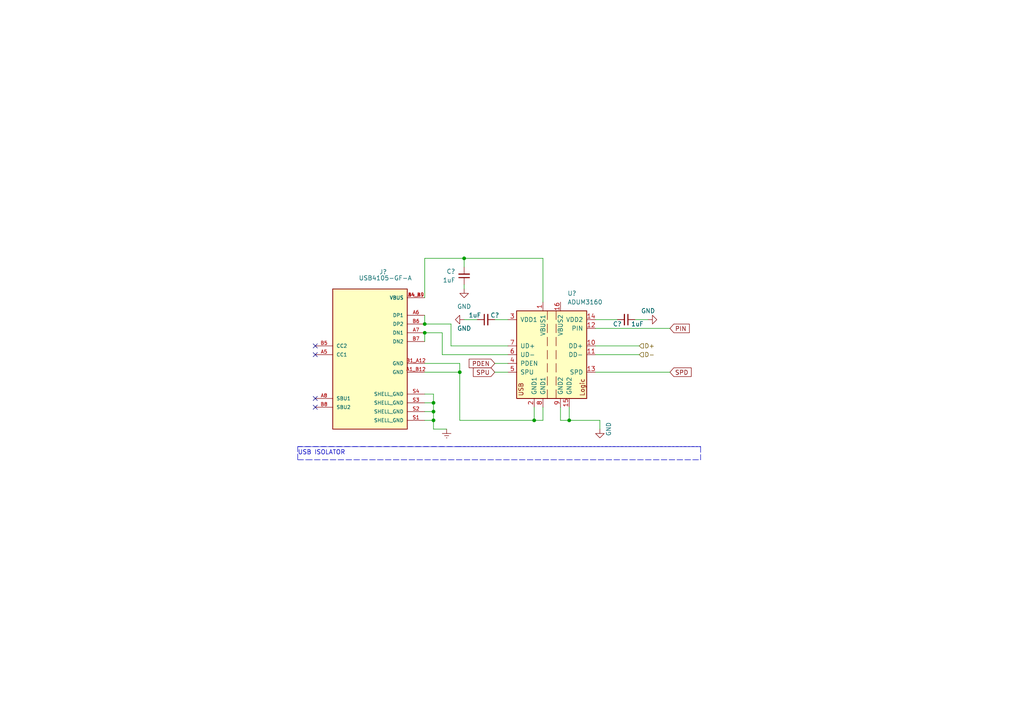
<source format=kicad_sch>
(kicad_sch (version 20211123) (generator eeschema)
  (paper "A4")
  (lib_symbols
    (symbol "Device:C_Small" (pin_numbers hide) (pin_names (offset 0.254) hide)
      (property "Reference" "C" (at 0.254 1.778 0))
      (property "Value" "C_Small" (at 0.254 -2.032 0))
      (symbol "C_Small_0_1"
        (polyline (pts (xy -1.524 -0.508) (xy 1.524 -0.508)) (stroke (width 0.3302)))
        (polyline (pts (xy -1.524 0.508) (xy 1.524 0.508)) (stroke (width 0.3048)))
      )
      (symbol "C_Small_1_1"
        (pin passive line (at 0 2.54 270) (length 2.032) (name "~") (number "1"))
        (pin passive line (at 0 -2.54 90) (length 2.032) (name "~") (number "2"))
      )
    )
    (symbol "Interface_USB:ADUM3160" (pin_names (offset 1.016))
      (property "Reference" "U" (at -10.16 13.97 0))
      (property "Value" "ADUM3160" (at 3.81 13.97 0))
      (symbol "ADUM3160_0_0"
        (text "Logic" (at 8.89 -12.065 900) (effects (font (size 1.27 1.27)) (justify left)))
      )
      (symbol "ADUM3160_0_1"
        (rectangle (start -10.16 12.7) (end 10.16 -12.7) (stroke (width 0.254)) (fill (type background)))
        (polyline (pts (xy -1.27 -10.16) (xy -1.27 -12.7)))
        (polyline (pts (xy -1.27 -6.35) (xy -1.27 -8.89)))
        (polyline (pts (xy -1.27 -2.54) (xy -1.27 -5.08)))
        (polyline (pts (xy -1.27 1.27) (xy -1.27 -1.27)))
        (polyline (pts (xy -1.27 5.08) (xy -1.27 2.54)))
        (polyline (pts (xy -1.27 8.89) (xy -1.27 6.35)))
        (polyline (pts (xy -1.27 12.7) (xy -1.27 10.16)))
        (polyline (pts (xy 1.27 -10.16) (xy 1.27 -12.7)))
        (polyline (pts (xy 1.27 -6.35) (xy 1.27 -8.89)))
        (polyline (pts (xy 1.27 -2.54) (xy 1.27 -5.08)))
        (polyline (pts (xy 1.27 1.27) (xy 1.27 -1.27)))
        (polyline (pts (xy 1.27 5.08) (xy 1.27 2.54)))
        (polyline (pts (xy 1.27 8.89) (xy 1.27 6.35)))
        (polyline (pts (xy 1.27 12.7) (xy 1.27 10.16)))
      )
      (symbol "ADUM3160_1_0"
        (text "USB" (at -8.89 -12.065 900) (effects (font (size 1.27 1.27)) (justify left)))
      )
      (symbol "ADUM3160_1_1"
        (pin power_in line (at -2.54 15.24 270) (length 2.54) (name "VBUS1") (number "1"))
        (pin bidirectional line (at 12.7 2.54 180) (length 2.54) (name "DD+") (number "10"))
        (pin bidirectional line (at 12.7 0 180) (length 2.54) (name "DD-") (number "11"))
        (pin input line (at 12.7 7.62 180) (length 2.54) (name "PIN") (number "12"))
        (pin input line (at 12.7 -5.08 180) (length 2.54) (name "SPD") (number "13"))
        (pin power_in line (at 12.7 10.16 180) (length 2.54) (name "VDD2") (number "14"))
        (pin power_in line (at 5.08 -15.24 90) (length 2.54) (name "GND2") (number "15"))
        (pin power_in line (at 2.54 15.24 270) (length 2.54) (name "VBUS2") (number "16"))
        (pin power_in line (at -5.08 -15.24 90) (length 2.54) (name "GND1") (number "2"))
        (pin power_in line (at -12.7 10.16 0) (length 2.54) (name "VDD1") (number "3"))
        (pin input line (at -12.7 -2.54 0) (length 2.54) (name "PDEN") (number "4"))
        (pin input line (at -12.7 -5.08 0) (length 2.54) (name "SPU") (number "5"))
        (pin bidirectional line (at -12.7 0 0) (length 2.54) (name "UD-") (number "6"))
        (pin bidirectional line (at -12.7 2.54 0) (length 2.54) (name "UD+") (number "7"))
        (pin power_in line (at -2.54 -15.24 90) (length 2.54) (name "GND1") (number "8"))
        (pin power_in line (at 2.54 -15.24 90) (length 2.54) (name "GND2") (number "9"))
      )
    )
    (symbol "USB4105-GF-A:USB4105-GF-A" (pin_names (offset 1.016))
      (property "Reference" "J?" (at -0.635 17.653 0))
      (property "Value" "USB4105-GF-A" (at 0 15.875 0))
      (symbol "USB4105-GF-A_0_0"
        (rectangle (start -15.24 12.7) (end 6.35 -27.94) (stroke (width 0.254)) (fill (type background)))
        (pin power_in line (at 11.43 -11.43 180) (length 5.08) (name "GND") (number "A1_B12"))
        (pin power_in line (at 11.43 10.16 180) (length 5.08) (name "VBUS") (number "A4_B9"))
        (pin bidirectional line (at -20.32 -6.35 0) (length 5.08) (name "CC1") (number "A5"))
        (pin bidirectional line (at 11.43 5.08 180) (length 5.08) (name "DP1") (number "A6"))
        (pin bidirectional line (at 11.43 0 180) (length 5.08) (name "DN1") (number "A7"))
        (pin bidirectional line (at -20.32 -19.05 0) (length 5.08) (name "SBU1") (number "A8"))
        (pin power_in line (at 11.43 -8.89 180) (length 5.08) (name "GND") (number "B1_A12"))
        (pin power_in line (at 11.43 10.16 180) (length 5.08) (name "VBUS") (number "B4_A9"))
        (pin bidirectional line (at -20.32 -3.81 0) (length 5.08) (name "CC2") (number "B5"))
        (pin bidirectional line (at 11.43 2.54 180) (length 5.08) (name "DP2") (number "B6"))
        (pin bidirectional line (at 11.43 -2.54 180) (length 5.08) (name "DN2") (number "B7"))
        (pin bidirectional line (at -20.32 -21.59 0) (length 5.08) (name "SBU2") (number "B8"))
        (pin power_in line (at 11.43 -25.4 180) (length 5.08) (name "SHELL_GND") (number "S1"))
        (pin power_in line (at 11.43 -22.86 180) (length 5.08) (name "SHELL_GND") (number "S2"))
        (pin power_in line (at 11.43 -20.32 180) (length 5.08) (name "SHELL_GND") (number "S3"))
        (pin power_in line (at 11.43 -17.78 180) (length 5.08) (name "SHELL_GND") (number "S4"))
      )
    )
    (symbol "power:Earth" (power) (pin_names (offset 0))
      (symbol "Earth_0_1"
        (polyline (pts (xy -0.635 -1.905) (xy 0.635 -1.905)))
        (polyline (pts (xy -0.127 -2.54) (xy 0.127 -2.54)))
        (polyline (pts (xy 0 -1.27) (xy 0 0)))
        (polyline (pts (xy 1.27 -1.27) (xy -1.27 -1.27)))
      )
      (symbol "Earth_1_1"
        (pin power_in line (at 0 0 270) (length 0) hide (name "Earth") (number "1"))
      )
    )
    (symbol "power:GND" (power) (pin_names (offset 0))
      (property "Value" "GND" (at 0 -3.81 0))
      (symbol "GND_0_1"
        (polyline (pts (xy 0 0) (xy 0 -1.27) (xy 1.27 -1.27) (xy 0 -2.54) (xy -1.27 -1.27) (xy 0 -1.27)))
      )
      (symbol "GND_1_1"
        (pin power_in line (at 0 0 270) (length 0) hide (name "GND") (number "1"))
      )
    )
  )
  (junction (at 165.1 121.92))
  (junction (at 123.19 96.52))
  (junction (at 123.19 93.98))
  (junction (at 133.35 107.95))
  (junction (at 125.73 116.84))
  (junction (at 134.62 74.93))
  (junction (at 154.94 121.92))
  (junction (at 125.73 119.38))
  (junction (at 125.73 121.92))
  (no_connect (at 91.44 102.87))
  (no_connect (at 91.44 100.33))
  (no_connect (at 91.44 115.57))
  (no_connect (at 91.44 118.11))
  (polyline (pts (xy 86.36 133.35) (xy 88.9 133.35)))
  (wire (pts (xy 123.19 105.41) (xy 133.35 105.41)))
  (wire (pts (xy 125.73 116.84) (xy 125.73 119.38)))
  (wire (pts (xy 123.19 116.84) (xy 125.73 116.84)))
  (wire (pts (xy 157.48 87.63) (xy 157.48 74.93)))
  (wire (pts (xy 162.56 121.92) (xy 165.1 121.92)))
  (wire (pts (xy 172.72 95.25) (xy 194.31 95.25)))
  (wire (pts (xy 128.27 102.87) (xy 128.27 96.52)))
  (wire (pts (xy 125.73 114.3) (xy 125.73 116.84)))
  (wire (pts (xy 123.19 93.98) (xy 130.81 93.98)))
  (wire (pts (xy 172.72 92.71) (xy 179.07 92.71)))
  (wire (pts (xy 133.35 107.95) (xy 123.19 107.95)))
  (wire (pts (xy 123.19 114.3) (xy 125.73 114.3)))
  (wire (pts (xy 130.81 100.33) (xy 130.81 93.98)))
  (wire (pts (xy 162.56 118.11) (xy 162.56 121.92)))
  (wire (pts (xy 133.35 107.95) (xy 133.35 121.92)))
  (wire (pts (xy 157.48 118.11) (xy 157.48 121.92)))
  (wire (pts (xy 173.99 121.92) (xy 173.99 124.46)))
  (wire (pts (xy 133.35 105.41) (xy 133.35 107.95)))
  (wire (pts (xy 165.1 121.92) (xy 173.99 121.92)))
  (wire (pts (xy 184.15 92.71) (xy 187.96 92.71)))
  (wire (pts (xy 123.19 91.44) (xy 123.19 93.98)))
  (wire (pts (xy 143.51 92.71) (xy 147.32 92.71)))
  (wire (pts (xy 134.62 74.93) (xy 134.62 77.47)))
  (wire (pts (xy 147.32 102.87) (xy 128.27 102.87)))
  (wire (pts (xy 134.62 82.55) (xy 134.62 83.82)))
  (polyline (pts (xy 86.36 129.54) (xy 203.2 129.54)))
  (wire (pts (xy 134.62 74.93) (xy 157.48 74.93)))
  (wire (pts (xy 123.19 96.52) (xy 128.27 96.52)))
  (wire (pts (xy 147.32 100.33) (xy 130.81 100.33)))
  (wire (pts (xy 123.19 121.92) (xy 125.73 121.92)))
  (wire (pts (xy 165.1 118.11) (xy 165.1 121.92)))
  (wire (pts (xy 123.19 74.93) (xy 123.19 86.36)))
  (wire (pts (xy 143.51 105.41) (xy 147.32 105.41)))
  (polyline (pts (xy 88.9 133.35) (xy 203.2 133.35)))
  (wire (pts (xy 125.73 121.92) (xy 125.73 124.46)))
  (wire (pts (xy 154.94 118.11) (xy 154.94 121.92)))
  (wire (pts (xy 134.62 74.93) (xy 123.19 74.93)))
  (wire (pts (xy 172.72 100.33) (xy 185.42 100.33)))
  (wire (pts (xy 125.73 124.46) (xy 129.54 124.46)))
  (polyline (pts (xy 86.36 133.35) (xy 86.36 129.54)))
  (wire (pts (xy 172.72 102.87) (xy 185.42 102.87)))
  (polyline (pts (xy 133.35 129.54) (xy 203.2 129.54)))
  (polyline (pts (xy 203.2 129.54) (xy 203.2 133.35)))
  (wire (pts (xy 172.72 107.95) (xy 194.31 107.95)))
  (wire (pts (xy 125.73 119.38) (xy 125.73 121.92)))
  (wire (pts (xy 123.19 96.52) (xy 123.19 99.06)))
  (wire (pts (xy 123.19 119.38) (xy 125.73 119.38)))
  (wire (pts (xy 138.43 92.71) (xy 134.62 92.71)))
  (wire (pts (xy 157.48 121.92) (xy 154.94 121.92)))
  (polyline (pts (xy 133.35 129.54) (xy 86.36 129.54)))
  (wire (pts (xy 143.51 107.95) (xy 147.32 107.95)))
  (wire (pts (xy 154.94 121.92) (xy 133.35 121.92)))
  (text "USB ISOLATOR" (at 86.36 132.08 0) (effects (font (size 1.27 1.27)) (justify left bottom)))
  (global_label "PDEN" (shape input) (at 143.51 105.41 180) (property "Intersheet References" "${INTERSHEET_REFS}" (effects hide)))
  (global_label "SPU" (shape input) (at 143.51 107.95 180) (property "Intersheet References" "${INTERSHEET_REFS}" (effects hide)))
  (global_label "SPD" (shape input) (at 194.31 107.95 0) (property "Intersheet References" "${INTERSHEET_REFS}" (effects hide)))
  (global_label "PIN" (shape input) (at 194.31 95.25 0) (property "Intersheet References" "${INTERSHEET_REFS}" (effects hide)))
  (hierarchical_label "D-" (shape input) (at 185.42 102.87 0))
  (hierarchical_label "D+" (shape input) (at 185.42 100.33 0))
  (symbol (lib_id "power:Earth") (at 129.54 124.46 0) (unit 1)
    (property "Reference" "#PWR?" (effects hide))
    (property "Value" "Earth" (effects hide))
  )
  (symbol (lib_id "power:GND") (at 134.62 92.71 270) (unit 1)
    (property "Reference" "#PWR?" (effects hide))
    (property "Value" "GND" (at 134.62 95.25 90))
  )
  (symbol (lib_id "Device:C_Small") (at 140.97 92.71 90) (mirror x) (unit 1)
    (property "Reference" "C?" (at 142.24 91.44 90) (effects (justify right)))
    (property "Value" "1uF" (at 135.89 91.44 90) (effects (justify right)))
    (property "Footprint" "Capacitor_SMD:C_0402_1005Metric_Pad0.74x0.62mm_HandSolder" (effects hide))
  )
  (symbol (lib_id "power:GND") (at 173.99 124.46 0) (unit 1)
    (property "Reference" "#PWR?" (effects hide))
    (property "Value" "GND" (at 176.53 124.46 90))
  )
  (symbol (lib_id "USB4105-GF-A:USB4105-GF-A") (at 111.76 96.52 0) (unit 1)
    (property "Reference" "J?" (at 111.125 78.867 0))
    (property "Value" "USB4105-GF-A" (at 111.76 80.645 0))
    (property "Footprint" "footprints:GCT_USB4105-GF-A" (effects hide))
    (property "STANDARD" "Manufacturer Recommendations" (effects hide))
    (property "MAXIMUM_PACKAGE_HEIGHT" "3.31 mm" (effects hide))
    (property "PARTREV" "A3" (effects hide))
    (property "MANUFACTURER" "GCT" (effects hide))
  )
  (symbol (lib_id "Interface_USB:ADUM3160") (at 160.02 102.87 0) (unit 1)
    (property "Reference" "U?" (at 164.5794 85.09 0) (effects (justify left)))
    (property "Value" "ADUM3160" (at 164.5794 87.63 0) (effects (justify left)))
    (property "Footprint" "Package_SO:SOIC-16W_7.5x10.3mm_P1.27mm" (effects hide))
    (property "Datasheet" "https://www.analog.com/media/en/technical-documentation/data-sheets/ADuM3160.pdf" (effects hide))
  )
  (symbol (lib_id "power:GND") (at 134.62 83.82 0) (unit 1)
    (property "Reference" "#PWR?" (effects hide))
    (property "Value" "GND" (at 134.62 88.9 0))
  )
  (symbol (lib_id "Device:C_Small") (at 134.62 80.01 0) (mirror x) (unit 1)
    (property "Reference" "C?" (at 132.08 78.7335 0) (effects (justify right)))
    (property "Value" "1uF" (at 132.08 81.2735 0) (effects (justify right)))
    (property "Footprint" "Capacitor_SMD:C_0402_1005Metric_Pad0.74x0.62mm_HandSolder" (effects hide))
  )
  (symbol (lib_id "power:GND") (at 187.96 92.71 90) (unit 1)
    (property "Reference" "#PWR?" (effects hide))
    (property "Value" "GND" (at 187.96 90.17 90))
  )
  (symbol (lib_id "Device:C_Small") (at 181.61 92.71 270) (mirror x) (unit 1)
    (property "Reference" "C?" (at 180.34 93.98 90) (effects (justify right)))
    (property "Value" "1uF" (at 186.69 93.98 90) (effects (justify right)))
    (property "Footprint" "Capacitor_SMD:C_0402_1005Metric_Pad0.74x0.62mm_HandSolder" (effects hide))
  )
)
</source>
